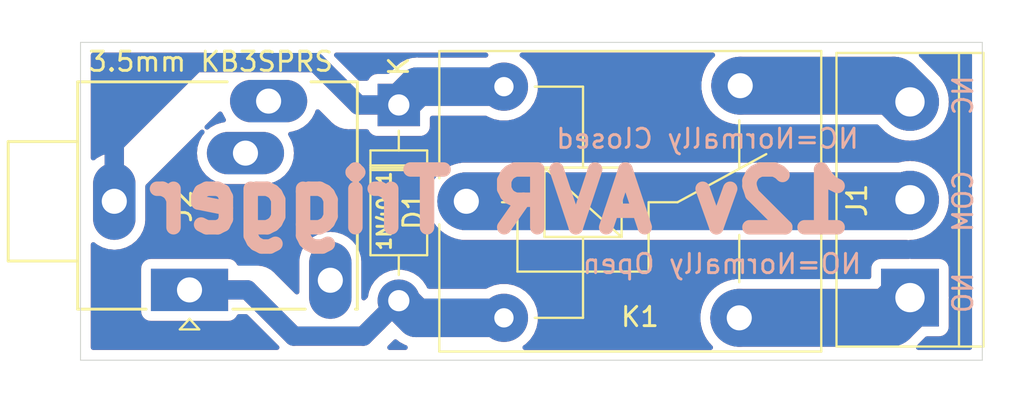
<source format=kicad_pcb>
(kicad_pcb (version 20171130) (host pcbnew "(5.1.5)-3")

  (general
    (thickness 1.6)
    (drawings 10)
    (tracks 40)
    (zones 0)
    (modules 4)
    (nets 9)
  )

  (page A4)
  (layers
    (0 F.Cu signal)
    (31 B.Cu signal)
    (32 B.Adhes user)
    (33 F.Adhes user)
    (34 B.Paste user)
    (35 F.Paste user)
    (36 B.SilkS user)
    (37 F.SilkS user)
    (38 B.Mask user)
    (39 F.Mask user)
    (40 Dwgs.User user)
    (41 Cmts.User user)
    (42 Eco1.User user)
    (43 Eco2.User user)
    (44 Edge.Cuts user)
    (45 Margin user)
    (46 B.CrtYd user)
    (47 F.CrtYd user)
    (48 B.Fab user)
    (49 F.Fab user)
  )

  (setup
    (last_trace_width 1)
    (user_trace_width 1)
    (user_trace_width 1.5)
    (user_trace_width 2)
    (user_trace_width 2.5)
    (user_trace_width 3)
    (trace_clearance 0.2)
    (zone_clearance 0.508)
    (zone_45_only no)
    (trace_min 0.2)
    (via_size 0.8)
    (via_drill 0.4)
    (via_min_size 0.4)
    (via_min_drill 0.3)
    (uvia_size 0.3)
    (uvia_drill 0.1)
    (uvias_allowed no)
    (uvia_min_size 0.2)
    (uvia_min_drill 0.1)
    (edge_width 0.05)
    (segment_width 0.2)
    (pcb_text_width 0.3)
    (pcb_text_size 1.5 1.5)
    (mod_edge_width 0.12)
    (mod_text_size 1 1)
    (mod_text_width 0.15)
    (pad_size 1.524 1.524)
    (pad_drill 0.762)
    (pad_to_mask_clearance 0.051)
    (solder_mask_min_width 0.25)
    (aux_axis_origin 0 0)
    (visible_elements FFFFFF7F)
    (pcbplotparams
      (layerselection 0x010fc_ffffffff)
      (usegerberextensions false)
      (usegerberattributes false)
      (usegerberadvancedattributes false)
      (creategerberjobfile false)
      (excludeedgelayer true)
      (linewidth 0.100000)
      (plotframeref false)
      (viasonmask false)
      (mode 1)
      (useauxorigin false)
      (hpglpennumber 1)
      (hpglpenspeed 20)
      (hpglpendiameter 15.000000)
      (psnegative false)
      (psa4output false)
      (plotreference true)
      (plotvalue true)
      (plotinvisibletext false)
      (padsonsilk false)
      (subtractmaskfromsilk false)
      (outputformat 1)
      (mirror false)
      (drillshape 0)
      (scaleselection 1)
      (outputdirectory "Gerber/"))
  )

  (net 0 "")
  (net 1 "Net-(D1-Pad1)")
  (net 2 "Net-(D1-Pad2)")
  (net 3 "Net-(J1-Pad1)")
  (net 4 "Net-(J1-Pad2)")
  (net 5 "Net-(J1-Pad3)")
  (net 6 "Net-(J2-PadTN)")
  (net 7 "Net-(J2-PadRN)")
  (net 8 "Net-(J2-PadR)")

  (net_class Default "This is the default net class."
    (clearance 0.2)
    (trace_width 0.25)
    (via_dia 0.8)
    (via_drill 0.4)
    (uvia_dia 0.3)
    (uvia_drill 0.1)
    (add_net "Net-(D1-Pad1)")
    (add_net "Net-(D1-Pad2)")
    (add_net "Net-(J1-Pad1)")
    (add_net "Net-(J1-Pad2)")
    (add_net "Net-(J1-Pad3)")
    (add_net "Net-(J2-PadR)")
    (add_net "Net-(J2-PadRN)")
    (add_net "Net-(J2-PadTN)")
  )

  (module Diode_THT:D_DO-41_SOD81_P10.16mm_Horizontal (layer F.Cu) (tedit 5AE50CD5) (tstamp 5E2111C6)
    (at 128.5 95 270)
    (descr "Diode, DO-41_SOD81 series, Axial, Horizontal, pin pitch=10.16mm, , length*diameter=5.2*2.7mm^2, , http://www.diodes.com/_files/packages/DO-41%20(Plastic).pdf")
    (tags "Diode DO-41_SOD81 series Axial Horizontal pin pitch 10.16mm  length 5.2mm diameter 2.7mm")
    (path /5E212626)
    (fp_text reference D1 (at 5.5 -0.75 90) (layer F.SilkS)
      (effects (font (size 1 1) (thickness 0.15)))
    )
    (fp_text value 1N4001 (at 5.5 0.75 90) (layer F.SilkS)
      (effects (font (size 0.7 0.7) (thickness 0.15)))
    )
    (fp_line (start 2.48 -1.35) (end 2.48 1.35) (layer F.Fab) (width 0.1))
    (fp_line (start 2.48 1.35) (end 7.68 1.35) (layer F.Fab) (width 0.1))
    (fp_line (start 7.68 1.35) (end 7.68 -1.35) (layer F.Fab) (width 0.1))
    (fp_line (start 7.68 -1.35) (end 2.48 -1.35) (layer F.Fab) (width 0.1))
    (fp_line (start 0 0) (end 2.48 0) (layer F.Fab) (width 0.1))
    (fp_line (start 10.16 0) (end 7.68 0) (layer F.Fab) (width 0.1))
    (fp_line (start 3.26 -1.35) (end 3.26 1.35) (layer F.Fab) (width 0.1))
    (fp_line (start 3.36 -1.35) (end 3.36 1.35) (layer F.Fab) (width 0.1))
    (fp_line (start 3.16 -1.35) (end 3.16 1.35) (layer F.Fab) (width 0.1))
    (fp_line (start 2.36 -1.47) (end 2.36 1.47) (layer F.SilkS) (width 0.12))
    (fp_line (start 2.36 1.47) (end 7.8 1.47) (layer F.SilkS) (width 0.12))
    (fp_line (start 7.8 1.47) (end 7.8 -1.47) (layer F.SilkS) (width 0.12))
    (fp_line (start 7.8 -1.47) (end 2.36 -1.47) (layer F.SilkS) (width 0.12))
    (fp_line (start 1.34 0) (end 2.36 0) (layer F.SilkS) (width 0.12))
    (fp_line (start 8.82 0) (end 7.8 0) (layer F.SilkS) (width 0.12))
    (fp_line (start 3.26 -1.47) (end 3.26 1.47) (layer F.SilkS) (width 0.12))
    (fp_line (start 3.38 -1.47) (end 3.38 1.47) (layer F.SilkS) (width 0.12))
    (fp_line (start 3.14 -1.47) (end 3.14 1.47) (layer F.SilkS) (width 0.12))
    (fp_line (start -1.35 -1.6) (end -1.35 1.6) (layer F.CrtYd) (width 0.05))
    (fp_line (start -1.35 1.6) (end 11.51 1.6) (layer F.CrtYd) (width 0.05))
    (fp_line (start 11.51 1.6) (end 11.51 -1.6) (layer F.CrtYd) (width 0.05))
    (fp_line (start 11.51 -1.6) (end -1.35 -1.6) (layer F.CrtYd) (width 0.05))
    (fp_text user %R (at 5.5 -0.75 90) (layer F.Fab)
      (effects (font (size 1 1) (thickness 0.15)))
    )
    (fp_text user K (at -2 0 90) (layer F.Fab)
      (effects (font (size 1 1) (thickness 0.15)))
    )
    (fp_text user K (at -2 0 90) (layer F.SilkS)
      (effects (font (size 1 1) (thickness 0.15)))
    )
    (pad 1 thru_hole rect (at 0 0 270) (size 2.2 2.2) (drill 1.1) (layers *.Cu *.Mask)
      (net 1 "Net-(D1-Pad1)"))
    (pad 2 thru_hole oval (at 10.16 0 270) (size 2.2 2.2) (drill 1.1) (layers *.Cu *.Mask)
      (net 2 "Net-(D1-Pad2)"))
    (model ${KISYS3DMOD}/Diode_THT.3dshapes/D_DO-41_SOD81_P10.16mm_Horizontal.wrl
      (at (xyz 0 0 0))
      (scale (xyz 1 1 1))
      (rotate (xyz 0 0 0))
    )
  )

  (module TerminalBlock:TerminalBlock_bornier-3_P5.08mm (layer F.Cu) (tedit 59FF03B9) (tstamp 5E2111DC)
    (at 155 105 90)
    (descr "simple 3-pin terminal block, pitch 5.08mm, revamped version of bornier3")
    (tags "terminal block bornier3")
    (path /5E213BB0)
    (fp_text reference J1 (at 5.05 -2.75 90) (layer F.SilkS)
      (effects (font (size 1 1) (thickness 0.15)))
    )
    (fp_text value Screw_Terminal_01x03 (at 5.08 5.08 90) (layer F.Fab)
      (effects (font (size 1 1) (thickness 0.15)))
    )
    (fp_text user %R (at 5.08 0 90) (layer F.Fab)
      (effects (font (size 1 1) (thickness 0.15)))
    )
    (fp_line (start -2.47 2.55) (end 12.63 2.55) (layer F.Fab) (width 0.1))
    (fp_line (start -2.47 -3.75) (end 12.63 -3.75) (layer F.Fab) (width 0.1))
    (fp_line (start 12.63 -3.75) (end 12.63 3.75) (layer F.Fab) (width 0.1))
    (fp_line (start 12.63 3.75) (end -2.47 3.75) (layer F.Fab) (width 0.1))
    (fp_line (start -2.47 3.75) (end -2.47 -3.75) (layer F.Fab) (width 0.1))
    (fp_line (start -2.54 3.81) (end -2.54 -3.81) (layer F.SilkS) (width 0.12))
    (fp_line (start 12.7 3.81) (end 12.7 -3.81) (layer F.SilkS) (width 0.12))
    (fp_line (start -2.54 2.54) (end 12.7 2.54) (layer F.SilkS) (width 0.12))
    (fp_line (start -2.54 -3.81) (end 12.7 -3.81) (layer F.SilkS) (width 0.12))
    (fp_line (start -2.54 3.81) (end 12.7 3.81) (layer F.SilkS) (width 0.12))
    (fp_line (start -2.72 -4) (end 12.88 -4) (layer F.CrtYd) (width 0.05))
    (fp_line (start -2.72 -4) (end -2.72 4) (layer F.CrtYd) (width 0.05))
    (fp_line (start 12.88 4) (end 12.88 -4) (layer F.CrtYd) (width 0.05))
    (fp_line (start 12.88 4) (end -2.72 4) (layer F.CrtYd) (width 0.05))
    (pad 1 thru_hole rect (at 0 0 90) (size 3 3) (drill 1.52) (layers *.Cu *.Mask)
      (net 3 "Net-(J1-Pad1)"))
    (pad 2 thru_hole circle (at 5.08 0 90) (size 3 3) (drill 1.52) (layers *.Cu *.Mask)
      (net 4 "Net-(J1-Pad2)"))
    (pad 3 thru_hole circle (at 10.16 0 90) (size 3 3) (drill 1.52) (layers *.Cu *.Mask)
      (net 5 "Net-(J1-Pad3)"))
    (model ${KISYS3DMOD}/TerminalBlock.3dshapes/TerminalBlock_bornier-3_P5.08mm.wrl
      (offset (xyz 5.079999923706055 0 0))
      (scale (xyz 1 1 1))
      (rotate (xyz 0 0 0))
    )
  )

  (module Relay_THT:Relay_SPDT_SANYOU_SRD_Series_Form_C (layer F.Cu) (tedit 58FA3148) (tstamp 5E211228)
    (at 132 100)
    (descr "relay Sanyou SRD series Form C http://www.sanyourelay.ca/public/products/pdf/SRD.pdf")
    (tags "relay Sanyu SRD form C")
    (path /5E21194D)
    (fp_text reference K1 (at 9 6) (layer F.SilkS)
      (effects (font (size 1 1) (thickness 0.15)))
    )
    (fp_text value SANYOU_SRD_Form_C (at 8 -9.6) (layer F.Fab)
      (effects (font (size 1 1) (thickness 0.15)))
    )
    (fp_line (start -1.4 1.2) (end -1.4 7.8) (layer F.SilkS) (width 0.12))
    (fp_line (start -1.4 -7.8) (end -1.4 -1.2) (layer F.SilkS) (width 0.12))
    (fp_line (start -1.4 -7.8) (end 18.4 -7.8) (layer F.SilkS) (width 0.12))
    (fp_line (start 18.4 -7.8) (end 18.4 7.8) (layer F.SilkS) (width 0.12))
    (fp_line (start 18.4 7.8) (end -1.4 7.8) (layer F.SilkS) (width 0.12))
    (fp_text user 1 (at 0 -2.3) (layer F.Fab)
      (effects (font (size 1 1) (thickness 0.15)))
    )
    (fp_line (start -1.3 -7.7) (end 18.3 -7.7) (layer F.Fab) (width 0.12))
    (fp_line (start 18.3 -7.7) (end 18.3 7.7) (layer F.Fab) (width 0.12))
    (fp_line (start 18.3 7.7) (end -1.3 7.7) (layer F.Fab) (width 0.12))
    (fp_line (start -1.3 7.7) (end -1.3 -7.7) (layer F.Fab) (width 0.12))
    (fp_text user %R (at 7.1 0.025) (layer F.Fab)
      (effects (font (size 1 1) (thickness 0.15)))
    )
    (fp_line (start 18.55 -7.95) (end -1.55 -7.95) (layer F.CrtYd) (width 0.05))
    (fp_line (start -1.55 7.95) (end -1.55 -7.95) (layer F.CrtYd) (width 0.05))
    (fp_line (start 18.55 -7.95) (end 18.55 7.95) (layer F.CrtYd) (width 0.05))
    (fp_line (start -1.55 7.95) (end 18.55 7.95) (layer F.CrtYd) (width 0.05))
    (fp_line (start 14.15 4.2) (end 14.15 1.75) (layer F.SilkS) (width 0.12))
    (fp_line (start 14.15 -4.2) (end 14.15 -1.7) (layer F.SilkS) (width 0.12))
    (fp_line (start 3.55 6.05) (end 6.05 6.05) (layer F.SilkS) (width 0.12))
    (fp_line (start 2.65 0.05) (end 1.85 0.05) (layer F.SilkS) (width 0.12))
    (fp_line (start 6.05 -5.95) (end 3.55 -5.95) (layer F.SilkS) (width 0.12))
    (fp_line (start 9.45 0.05) (end 10.95 0.05) (layer F.SilkS) (width 0.12))
    (fp_line (start 10.95 0.05) (end 15.55 -2.45) (layer F.SilkS) (width 0.12))
    (fp_line (start 9.45 3.65) (end 2.65 3.65) (layer F.SilkS) (width 0.12))
    (fp_line (start 9.45 0.05) (end 9.45 3.65) (layer F.SilkS) (width 0.12))
    (fp_line (start 2.65 0.05) (end 2.65 3.65) (layer F.SilkS) (width 0.12))
    (fp_line (start 6.05 -5.95) (end 6.05 -1.75) (layer F.SilkS) (width 0.12))
    (fp_line (start 6.05 1.85) (end 6.05 6.05) (layer F.SilkS) (width 0.12))
    (fp_line (start 8.05 1.85) (end 4.05 -1.75) (layer F.SilkS) (width 0.12))
    (fp_line (start 4.05 1.85) (end 4.05 -1.75) (layer F.SilkS) (width 0.12))
    (fp_line (start 4.05 -1.75) (end 8.05 -1.75) (layer F.SilkS) (width 0.12))
    (fp_line (start 8.05 -1.75) (end 8.05 1.85) (layer F.SilkS) (width 0.12))
    (fp_line (start 8.05 1.85) (end 4.05 1.85) (layer F.SilkS) (width 0.12))
    (pad 2 thru_hole circle (at 1.95 6.05 90) (size 2.5 2.5) (drill 1) (layers *.Cu *.Mask)
      (net 2 "Net-(D1-Pad2)"))
    (pad 3 thru_hole circle (at 14.15 6.05 90) (size 3 3) (drill 1.3) (layers *.Cu *.Mask)
      (net 3 "Net-(J1-Pad1)"))
    (pad 4 thru_hole circle (at 14.2 -6 90) (size 3 3) (drill 1.3) (layers *.Cu *.Mask)
      (net 5 "Net-(J1-Pad3)"))
    (pad 5 thru_hole circle (at 1.95 -5.95 90) (size 2.5 2.5) (drill 1) (layers *.Cu *.Mask)
      (net 1 "Net-(D1-Pad1)"))
    (pad 1 thru_hole circle (at 0 0 90) (size 3 3) (drill 1.3) (layers *.Cu *.Mask)
      (net 4 "Net-(J1-Pad2)"))
    (model ${KISYS3DMOD}/Relay_THT.3dshapes/Relay_SPDT_SANYOU_SRD_Series_Form_C.wrl
      (at (xyz 0 0 0))
      (scale (xyz 1 1 1))
      (rotate (xyz 0 0 0))
    )
  )

  (module Connector_Audio:Jack_3.5mm_Ledino_KB3SPRS_Horizontal (layer F.Cu) (tedit 5BC12D58) (tstamp 5E21765D)
    (at 117.65 104.6)
    (descr https://www.reichelt.de/index.html?ACTION=7&LA=3&OPEN=0&INDEX=0&FILENAME=C160%252FKB3SPRS.pdf)
    (tags "jack stereo TRS")
    (path /5E215E48)
    (fp_text reference J2 (at -0.4 -4.35 90) (layer F.SilkS)
      (effects (font (size 1 1) (thickness 0.15)))
    )
    (fp_text value "3.5mm KB3SPRS" (at 1.1 -11.85) (layer F.SilkS)
      (effects (font (size 1 1) (thickness 0.15)))
    )
    (fp_text user %R (at 2.7 -4.6) (layer F.Fab)
      (effects (font (size 1 1) (thickness 0.15)))
    )
    (fp_line (start 0.5 2.05) (end 0 1.5) (layer F.SilkS) (width 0.12))
    (fp_line (start -0.5 2.05) (end 0.5 2.05) (layer F.SilkS) (width 0.12))
    (fp_line (start 0 1.5) (end -0.5 2.05) (layer F.SilkS) (width 0.12))
    (fp_line (start -9.3 -7.6) (end -9.3 -1.6) (layer F.Fab) (width 0.1))
    (fp_line (start -9.3 -1.6) (end -5.7 -1.6) (layer F.Fab) (width 0.1))
    (fp_line (start -9.3 -7.6) (end -5.7 -7.6) (layer F.Fab) (width 0.1))
    (fp_line (start -5.7 -10.7) (end -5.7 0.9) (layer F.Fab) (width 0.1))
    (fp_line (start -5.7 0.9) (end 8.6 0.9) (layer F.Fab) (width 0.1))
    (fp_line (start 8.6 0.9) (end 8.6 -10.7) (layer F.Fab) (width 0.1))
    (fp_line (start 8.6 -10.7) (end -5.7 -10.7) (layer F.Fab) (width 0.1))
    (fp_line (start -9.8 2) (end 9.1 2) (layer F.CrtYd) (width 0.05))
    (fp_line (start 9.1 -11.4) (end -9.8 -11.4) (layer F.CrtYd) (width 0.05))
    (fp_line (start -5.8 -10.8) (end 1.95 -10.8) (layer F.SilkS) (width 0.15))
    (fp_line (start 6.3 -10.8) (end 8.7 -10.8) (layer F.SilkS) (width 0.15))
    (fp_line (start 8.7 -10.8) (end 8.7 1) (layer F.SilkS) (width 0.15))
    (fp_line (start 8.7 1) (end 8.6 1) (layer F.SilkS) (width 0.15))
    (fp_line (start 6 1) (end 2.25 1) (layer F.SilkS) (width 0.15))
    (fp_line (start -2.25 1) (end -5.8 1) (layer F.SilkS) (width 0.15))
    (fp_line (start -5.8 1) (end -5.8 -10.8) (layer F.SilkS) (width 0.15))
    (fp_line (start -5.8 -7.7) (end -9.4 -7.7) (layer F.SilkS) (width 0.15))
    (fp_line (start -9.4 -7.7) (end -9.4 -1.5) (layer F.SilkS) (width 0.15))
    (fp_line (start -9.4 -1.5) (end -5.8 -1.5) (layer F.SilkS) (width 0.15))
    (fp_line (start -9.8 -11.4) (end -9.8 2) (layer F.CrtYd) (width 0.05))
    (fp_line (start 9.1 2) (end 9.1 -11.4) (layer F.CrtYd) (width 0.05))
    (fp_circle (center 0.1 -1.75) (end 0.4 -1.55) (layer F.Fab) (width 0.12))
    (pad T thru_hole rect (at 0 0) (size 4 2.2) (drill 1.3) (layers *.Cu *.Mask)
      (net 2 "Net-(D1-Pad2)"))
    (pad TN thru_hole oval (at 7.3 -0.5 90) (size 4 2.2) (drill 1.3) (layers *.Cu *.Mask)
      (net 6 "Net-(J2-PadTN)"))
    (pad RN thru_hole oval (at 2.9 -7.1) (size 4 2.2) (drill 1.3) (layers *.Cu *.Mask)
      (net 7 "Net-(J2-PadRN)"))
    (pad R thru_hole oval (at 4.1 -9.8) (size 4 2.2) (drill 1.3) (layers *.Cu *.Mask)
      (net 8 "Net-(J2-PadR)"))
    (pad S thru_hole oval (at -3.9 -4.6) (size 2.2 4) (drill 1.3) (layers *.Cu *.Mask)
      (net 1 "Net-(D1-Pad1)"))
    (model ${KISYS3DMOD}/Connector_Audio.3dshapes/Jack_3.5mm_Ledino_KB3SPRS_Horizontal.wrl
      (at (xyz 0 0 0))
      (scale (xyz 1 1 1))
      (rotate (xyz 0 0 0))
    )
  )

  (gr_text "NO=Normally Open" (at 145.25 103.25) (layer B.SilkS) (tstamp 5E217F82)
    (effects (font (size 1 1) (thickness 0.15)) (justify mirror))
  )
  (gr_text "NC=Normally Closed" (at 144.5 96.75) (layer B.SilkS)
    (effects (font (size 1 1) (thickness 0.15)) (justify mirror))
  )
  (gr_text NO (at 157.75 104.75 90) (layer B.SilkS)
    (effects (font (size 1 1) (thickness 0.15)) (justify mirror))
  )
  (gr_text NC (at 157.75 94.5 90) (layer B.SilkS)
    (effects (font (size 1 1) (thickness 0.15)) (justify mirror))
  )
  (gr_text COM (at 157.75 100 90) (layer B.SilkS)
    (effects (font (size 1 1) (thickness 0.15)) (justify mirror))
  )
  (gr_text "12v AVR Trigger" (at 133.75 100) (layer B.SilkS)
    (effects (font (size 3 3) (thickness 0.75)) (justify mirror))
  )
  (gr_line (start 112 108.25) (end 112 91.75) (layer Edge.Cuts) (width 0.05) (tstamp 5E21787C))
  (gr_line (start 158.75 108.25) (end 112 108.25) (layer Edge.Cuts) (width 0.05))
  (gr_line (start 158.75 91.75) (end 158.75 108.25) (layer Edge.Cuts) (width 0.05))
  (gr_line (start 112 91.75) (end 158.75 91.75) (layer Edge.Cuts) (width 0.05))

  (segment (start 129.45 94.05) (end 128.5 95) (width 2) (layer B.Cu) (net 1))
  (segment (start 133.95 94.05) (end 129.45 94.05) (width 2) (layer B.Cu) (net 1))
  (segment (start 129.45 94.05) (end 128.5 95) (width 2) (layer F.Cu) (net 1))
  (segment (start 133.95 94.05) (end 129.45 94.05) (width 2) (layer F.Cu) (net 1))
  (segment (start 124.2 92.8) (end 117.95 92.8) (width 1) (layer F.Cu) (net 1))
  (segment (start 117.95 92.8) (end 113.75 97) (width 1) (layer F.Cu) (net 1))
  (segment (start 128.5 95) (end 126.4 95) (width 1) (layer F.Cu) (net 1))
  (segment (start 113.75 97) (end 113.75 100) (width 1) (layer F.Cu) (net 1))
  (segment (start 126.4 95) (end 124.2 92.8) (width 1) (layer F.Cu) (net 1))
  (segment (start 117.95 92.8) (end 113.75 97) (width 1) (layer B.Cu) (net 1))
  (segment (start 124.2 92.8) (end 117.95 92.8) (width 1) (layer B.Cu) (net 1))
  (segment (start 113.75 97) (end 113.75 100) (width 1) (layer B.Cu) (net 1))
  (segment (start 128.5 95) (end 126.4 95) (width 1) (layer B.Cu) (net 1))
  (segment (start 126.4 95) (end 124.2 92.8) (width 1) (layer B.Cu) (net 1))
  (segment (start 129.39 106.05) (end 128.5 105.16) (width 2) (layer B.Cu) (net 2))
  (segment (start 133.95 106.05) (end 129.39 106.05) (width 2) (layer B.Cu) (net 2))
  (segment (start 129.39 106.05) (end 128.5 105.16) (width 2) (layer F.Cu) (net 2))
  (segment (start 133.95 106.05) (end 129.39 106.05) (width 2) (layer F.Cu) (net 2))
  (segment (start 127.400001 106.259999) (end 128.5 105.16) (width 1) (layer F.Cu) (net 2))
  (segment (start 123.05 107) (end 126.66 107) (width 1) (layer F.Cu) (net 2))
  (segment (start 117.65 104.6) (end 120.65 104.6) (width 1) (layer F.Cu) (net 2))
  (segment (start 126.66 107) (end 127.400001 106.259999) (width 1) (layer F.Cu) (net 2))
  (segment (start 120.65 104.6) (end 123.05 107) (width 1) (layer F.Cu) (net 2))
  (segment (start 127.400001 106.259999) (end 128.5 105.16) (width 1) (layer B.Cu) (net 2))
  (segment (start 126.66 107) (end 127.400001 106.259999) (width 1) (layer B.Cu) (net 2))
  (segment (start 117.65 104.6) (end 120.65 104.6) (width 1) (layer B.Cu) (net 2))
  (segment (start 123.05 107) (end 126.66 107) (width 1) (layer B.Cu) (net 2))
  (segment (start 120.65 104.6) (end 123.05 107) (width 1) (layer B.Cu) (net 2))
  (segment (start 153.95 106.05) (end 155 105) (width 3) (layer B.Cu) (net 3))
  (segment (start 146.15 106.05) (end 153.95 106.05) (width 3) (layer B.Cu) (net 3))
  (segment (start 153.95 106.05) (end 155 105) (width 3) (layer F.Cu) (net 3))
  (segment (start 146.15 106.05) (end 153.95 106.05) (width 3) (layer F.Cu) (net 3))
  (segment (start 154.92 100) (end 155 99.92) (width 3) (layer B.Cu) (net 4))
  (segment (start 132 100) (end 154.92 100) (width 3) (layer B.Cu) (net 4))
  (segment (start 154.92 100) (end 155 99.92) (width 3) (layer F.Cu) (net 4))
  (segment (start 132 100) (end 154.92 100) (width 3) (layer F.Cu) (net 4))
  (segment (start 154.16 94) (end 155 94.84) (width 3) (layer B.Cu) (net 5))
  (segment (start 146.2 94) (end 154.16 94) (width 3) (layer B.Cu) (net 5))
  (segment (start 154.16 94) (end 155 94.84) (width 3) (layer F.Cu) (net 5))
  (segment (start 146.2 94) (end 154.16 94) (width 3) (layer F.Cu) (net 5))

  (zone (net 0) (net_name "") (layer B.Cu) (tstamp 0) (hatch edge 0.508)
    (connect_pads (clearance 0.508))
    (min_thickness 0.254)
    (fill yes (arc_segments 32) (thermal_gap 0.508) (thermal_bridge_width 0.508))
    (polygon
      (pts
        (xy 159.5 109.5) (xy 109.5 109.5) (xy 109.5 90.5) (xy 159.5 90.5)
      )
    )
    (filled_polygon
      (pts
        (xy 128.477248 107.416031) (xy 128.761285 107.567852) (xy 128.834297 107.59) (xy 128.028685 107.59) (xy 128.326428 107.292257)
      )
    )
    (filled_polygon
      (pts
        (xy 144.764487 92.416167) (xy 144.683023 92.483023) (xy 144.616167 92.564487) (xy 144.541637 92.639017) (xy 144.483081 92.726653)
        (xy 144.416223 92.808119) (xy 144.366543 92.901064) (xy 144.307988 92.988698) (xy 144.267654 93.086073) (xy 144.217974 93.179018)
        (xy 144.187381 93.279869) (xy 144.147047 93.377244) (xy 144.126485 93.480616) (xy 144.095892 93.581467) (xy 144.085562 93.686349)
        (xy 144.065 93.789721) (xy 144.065 93.895118) (xy 144.05467 94) (xy 144.065 94.104882) (xy 144.065 94.210279)
        (xy 144.085562 94.313651) (xy 144.095892 94.418533) (xy 144.126485 94.519384) (xy 144.147047 94.622756) (xy 144.187381 94.720131)
        (xy 144.217974 94.820982) (xy 144.267654 94.913927) (xy 144.307988 95.011302) (xy 144.366543 95.098936) (xy 144.416223 95.191881)
        (xy 144.483081 95.273347) (xy 144.541637 95.360983) (xy 144.616167 95.435513) (xy 144.683023 95.516977) (xy 144.764487 95.583833)
        (xy 144.839017 95.658363) (xy 144.926653 95.716919) (xy 145.008119 95.783777) (xy 145.101064 95.833457) (xy 145.188698 95.892012)
        (xy 145.286073 95.932346) (xy 145.379018 95.982026) (xy 145.479869 96.012619) (xy 145.577244 96.052953) (xy 145.680616 96.073515)
        (xy 145.781467 96.104108) (xy 145.886349 96.114438) (xy 145.989721 96.135) (xy 153.275655 96.135) (xy 153.341635 96.20098)
        (xy 153.341637 96.200983) (xy 153.639017 96.498363) (xy 153.726658 96.556923) (xy 153.808119 96.623776) (xy 153.901058 96.673453)
        (xy 153.988698 96.732012) (xy 154.086078 96.772348) (xy 154.179017 96.822025) (xy 154.279862 96.852616) (xy 154.377244 96.892953)
        (xy 154.480622 96.913516) (xy 154.581466 96.944107) (xy 154.68634 96.954436) (xy 154.789721 96.975) (xy 154.895127 96.975)
        (xy 154.999999 96.985329) (xy 155.104871 96.975) (xy 155.210279 96.975) (xy 155.313661 96.954436) (xy 155.418533 96.944107)
        (xy 155.519374 96.913517) (xy 155.622756 96.892953) (xy 155.720142 96.852614) (xy 155.820981 96.822025) (xy 155.913915 96.772351)
        (xy 156.011302 96.732012) (xy 156.098944 96.673452) (xy 156.191881 96.623776) (xy 156.273342 96.556923) (xy 156.360983 96.498363)
        (xy 156.435515 96.423831) (xy 156.516977 96.356977) (xy 156.583831 96.275515) (xy 156.658363 96.200983) (xy 156.716923 96.113342)
        (xy 156.783776 96.031881) (xy 156.833452 95.938944) (xy 156.892012 95.851302) (xy 156.932351 95.753915) (xy 156.982025 95.660981)
        (xy 157.012614 95.560142) (xy 157.052953 95.462756) (xy 157.073517 95.359374) (xy 157.104107 95.258533) (xy 157.114436 95.153661)
        (xy 157.135 95.050279) (xy 157.135 94.944871) (xy 157.145329 94.839999) (xy 157.135 94.735127) (xy 157.135 94.629721)
        (xy 157.114436 94.52634) (xy 157.104107 94.421466) (xy 157.073516 94.320622) (xy 157.052953 94.217244) (xy 157.012616 94.119862)
        (xy 156.982025 94.019017) (xy 156.932348 93.926078) (xy 156.892012 93.828698) (xy 156.833453 93.741058) (xy 156.783776 93.648119)
        (xy 156.716923 93.566658) (xy 156.658363 93.479017) (xy 156.360983 93.181637) (xy 156.36098 93.181635) (xy 155.743837 92.564492)
        (xy 155.676977 92.483023) (xy 155.587998 92.41) (xy 158.09 92.41) (xy 158.090001 107.59) (xy 155.438923 107.59)
        (xy 155.466977 107.566977) (xy 155.533837 107.485508) (xy 155.881273 107.138072) (xy 156.5 107.138072) (xy 156.624482 107.125812)
        (xy 156.74418 107.089502) (xy 156.854494 107.030537) (xy 156.951185 106.951185) (xy 157.030537 106.854494) (xy 157.089502 106.74418)
        (xy 157.125812 106.624482) (xy 157.138072 106.5) (xy 157.138072 105.073682) (xy 157.145329 105.000001) (xy 157.138072 104.926319)
        (xy 157.138072 103.5) (xy 157.125812 103.375518) (xy 157.089502 103.25582) (xy 157.030537 103.145506) (xy 156.951185 103.048815)
        (xy 156.854494 102.969463) (xy 156.74418 102.910498) (xy 156.624482 102.874188) (xy 156.5 102.861928) (xy 155.073681 102.861928)
        (xy 154.999999 102.854671) (xy 154.926318 102.861928) (xy 153.5 102.861928) (xy 153.375518 102.874188) (xy 153.25582 102.910498)
        (xy 153.145506 102.969463) (xy 153.048815 103.048815) (xy 152.969463 103.145506) (xy 152.910498 103.25582) (xy 152.874188 103.375518)
        (xy 152.861928 103.5) (xy 152.861928 103.915) (xy 145.939721 103.915) (xy 145.836349 103.935562) (xy 145.731467 103.945892)
        (xy 145.630616 103.976485) (xy 145.527244 103.997047) (xy 145.429869 104.037381) (xy 145.329018 104.067974) (xy 145.236073 104.117654)
        (xy 145.138698 104.157988) (xy 145.051064 104.216543) (xy 144.958119 104.266223) (xy 144.876653 104.333081) (xy 144.789017 104.391637)
        (xy 144.714487 104.466167) (xy 144.633023 104.533023) (xy 144.566167 104.614487) (xy 144.491637 104.689017) (xy 144.433081 104.776653)
        (xy 144.366223 104.858119) (xy 144.316543 104.951064) (xy 144.257988 105.038698) (xy 144.217654 105.136073) (xy 144.167974 105.229018)
        (xy 144.137381 105.329869) (xy 144.097047 105.427244) (xy 144.076485 105.530616) (xy 144.045892 105.631467) (xy 144.035562 105.736349)
        (xy 144.015 105.839721) (xy 144.015 105.945118) (xy 144.00467 106.05) (xy 144.015 106.154882) (xy 144.015 106.260279)
        (xy 144.035562 106.363651) (xy 144.045892 106.468533) (xy 144.076485 106.569384) (xy 144.097047 106.672756) (xy 144.137381 106.770131)
        (xy 144.167974 106.870982) (xy 144.217654 106.963927) (xy 144.257988 107.061302) (xy 144.316543 107.148936) (xy 144.366223 107.241881)
        (xy 144.433081 107.323347) (xy 144.491637 107.410983) (xy 144.566167 107.485513) (xy 144.633023 107.566977) (xy 144.661077 107.59)
        (xy 135.038138 107.59) (xy 135.151618 107.514175) (xy 135.414175 107.251618) (xy 135.620466 106.942882) (xy 135.762561 106.599834)
        (xy 135.835 106.235656) (xy 135.835 105.864344) (xy 135.762561 105.500166) (xy 135.620466 105.157118) (xy 135.414175 104.848382)
        (xy 135.151618 104.585825) (xy 134.842882 104.379534) (xy 134.499834 104.237439) (xy 134.135656 104.165) (xy 133.764344 104.165)
        (xy 133.400166 104.237439) (xy 133.057118 104.379534) (xy 133.004039 104.415) (xy 130.069361 104.415) (xy 130.037537 104.338169)
        (xy 129.847663 104.054002) (xy 129.605998 103.812337) (xy 129.321831 103.622463) (xy 129.006081 103.491675) (xy 128.670883 103.425)
        (xy 128.329117 103.425) (xy 127.993919 103.491675) (xy 127.678169 103.622463) (xy 127.394002 103.812337) (xy 127.152337 104.054002)
        (xy 126.962463 104.338169) (xy 126.831675 104.653919) (xy 126.778111 104.923204) (xy 126.685 105.016315) (xy 126.685 103.114775)
        (xy 126.659895 102.859881) (xy 126.560686 102.532832) (xy 126.399579 102.231422) (xy 126.182766 101.967234) (xy 125.918577 101.750421)
        (xy 125.617167 101.589314) (xy 125.290118 101.490105) (xy 124.95 101.456606) (xy 124.609881 101.490105) (xy 124.282832 101.589314)
        (xy 123.981422 101.750421) (xy 123.717234 101.967234) (xy 123.500421 102.231423) (xy 123.339314 102.532833) (xy 123.240105 102.859882)
        (xy 123.215 103.114776) (xy 123.215 104.706315) (xy 122.177454 103.668769) (xy 122.134081 103.615919) (xy 121.923188 103.442843)
        (xy 121.682581 103.314236) (xy 121.421507 103.23504) (xy 121.218037 103.215) (xy 121.218029 103.215) (xy 121.15 103.2083)
        (xy 121.081971 103.215) (xy 120.217683 103.215) (xy 120.180537 103.145506) (xy 120.101185 103.048815) (xy 120.004494 102.969463)
        (xy 119.89418 102.910498) (xy 119.774482 102.874188) (xy 119.65 102.861928) (xy 115.65 102.861928) (xy 115.525518 102.874188)
        (xy 115.40582 102.910498) (xy 115.295506 102.969463) (xy 115.198815 103.048815) (xy 115.119463 103.145506) (xy 115.060498 103.25582)
        (xy 115.024188 103.375518) (xy 115.011928 103.5) (xy 115.011928 105.7) (xy 115.024188 105.824482) (xy 115.060498 105.94418)
        (xy 115.119463 106.054494) (xy 115.198815 106.151185) (xy 115.295506 106.230537) (xy 115.40582 106.289502) (xy 115.525518 106.325812)
        (xy 115.65 106.338072) (xy 119.65 106.338072) (xy 119.774482 106.325812) (xy 119.89418 106.289502) (xy 120.004494 106.230537)
        (xy 120.101185 106.151185) (xy 120.180537 106.054494) (xy 120.217683 105.985) (xy 120.576315 105.985) (xy 122.181314 107.59)
        (xy 112.66 107.59) (xy 112.66 102.24993) (xy 112.781423 102.349579) (xy 113.082833 102.510686) (xy 113.409882 102.609895)
        (xy 113.75 102.643394) (xy 114.090119 102.609895) (xy 114.417168 102.510686) (xy 114.718578 102.349579) (xy 114.982766 102.132766)
        (xy 115.199579 101.868578) (xy 115.360686 101.567168) (xy 115.459895 101.240119) (xy 115.485 100.985225) (xy 115.485 100)
        (xy 129.85467 100) (xy 129.865 100.104882) (xy 129.865 100.210279) (xy 129.885562 100.313651) (xy 129.895892 100.418533)
        (xy 129.926485 100.519384) (xy 129.947047 100.622756) (xy 129.987381 100.720131) (xy 130.017974 100.820982) (xy 130.067654 100.913927)
        (xy 130.107988 101.011302) (xy 130.166543 101.098936) (xy 130.216223 101.191881) (xy 130.283081 101.273347) (xy 130.341637 101.360983)
        (xy 130.416167 101.435513) (xy 130.483023 101.516977) (xy 130.564487 101.583833) (xy 130.639017 101.658363) (xy 130.726653 101.716919)
        (xy 130.808119 101.783777) (xy 130.901064 101.833457) (xy 130.988698 101.892012) (xy 131.086073 101.932346) (xy 131.179018 101.982026)
        (xy 131.279869 102.012619) (xy 131.377244 102.052953) (xy 131.480616 102.073515) (xy 131.581467 102.104108) (xy 131.686349 102.114438)
        (xy 131.789721 102.135) (xy 154.815128 102.135) (xy 154.92 102.145329) (xy 155.024872 102.135) (xy 155.024882 102.135)
        (xy 155.338533 102.104108) (xy 155.740982 101.982026) (xy 156.111881 101.783777) (xy 156.436977 101.516977) (xy 156.503833 101.435513)
        (xy 156.658363 101.280983) (xy 156.716923 101.193342) (xy 156.783776 101.111881) (xy 156.833452 101.018943) (xy 156.892012 100.931302)
        (xy 156.93235 100.833919) (xy 156.982025 100.740982) (xy 157.012615 100.64014) (xy 157.052953 100.542756) (xy 157.073517 100.439375)
        (xy 157.104107 100.338533) (xy 157.114436 100.23366) (xy 157.135 100.130279) (xy 157.135 100.024873) (xy 157.145329 99.920001)
        (xy 157.135 99.815129) (xy 157.135 99.709721) (xy 157.114436 99.606339) (xy 157.104107 99.501467) (xy 157.073517 99.400625)
        (xy 157.052953 99.297244) (xy 157.012615 99.19986) (xy 156.982025 99.099018) (xy 156.93235 99.006081) (xy 156.892012 98.908698)
        (xy 156.833452 98.821057) (xy 156.783776 98.728119) (xy 156.716923 98.646658) (xy 156.658363 98.559017) (xy 156.583831 98.484485)
        (xy 156.516977 98.403023) (xy 156.435515 98.336169) (xy 156.360983 98.261637) (xy 156.273342 98.203077) (xy 156.191881 98.136224)
        (xy 156.098943 98.086548) (xy 156.011302 98.027988) (xy 155.913919 97.98765) (xy 155.820982 97.937975) (xy 155.72014 97.907385)
        (xy 155.622756 97.867047) (xy 155.519375 97.846483) (xy 155.418533 97.815893) (xy 155.313661 97.805564) (xy 155.210279 97.785)
        (xy 155.104871 97.785) (xy 154.999999 97.774671) (xy 154.895127 97.785) (xy 154.789721 97.785) (xy 154.68634 97.805564)
        (xy 154.581467 97.815893) (xy 154.480625 97.846483) (xy 154.387535 97.865) (xy 131.789721 97.865) (xy 131.686349 97.885562)
        (xy 131.581467 97.895892) (xy 131.480616 97.926485) (xy 131.377244 97.947047) (xy 131.279869 97.987381) (xy 131.179018 98.017974)
        (xy 131.086073 98.067654) (xy 130.988698 98.107988) (xy 130.901064 98.166543) (xy 130.808119 98.216223) (xy 130.726653 98.283081)
        (xy 130.639017 98.341637) (xy 130.564487 98.416167) (xy 130.483023 98.483023) (xy 130.416167 98.564487) (xy 130.341637 98.639017)
        (xy 130.283081 98.726653) (xy 130.216223 98.808119) (xy 130.166543 98.901064) (xy 130.107988 98.988698) (xy 130.067654 99.086073)
        (xy 130.017974 99.179018) (xy 129.987381 99.279869) (xy 129.947047 99.377244) (xy 129.926485 99.480616) (xy 129.895892 99.581467)
        (xy 129.885562 99.686349) (xy 129.865 99.789721) (xy 129.865 99.895118) (xy 129.85467 100) (xy 115.485 100)
        (xy 115.485 99.224534) (xy 118.302516 96.407018) (xy 118.200421 96.531422) (xy 118.039314 96.832832) (xy 117.940105 97.159881)
        (xy 117.906606 97.5) (xy 117.940105 97.840119) (xy 118.039314 98.167168) (xy 118.200421 98.468578) (xy 118.417234 98.732766)
        (xy 118.681422 98.949579) (xy 118.982832 99.110686) (xy 119.309881 99.209895) (xy 119.564775 99.235) (xy 121.535225 99.235)
        (xy 121.790119 99.209895) (xy 122.117168 99.110686) (xy 122.418578 98.949579) (xy 122.682766 98.732766) (xy 122.899579 98.468578)
        (xy 123.060686 98.167168) (xy 123.159895 97.840119) (xy 123.193394 97.5) (xy 123.159895 97.159881) (xy 123.060686 96.832832)
        (xy 122.899579 96.531422) (xy 122.890005 96.519755) (xy 122.990119 96.509895) (xy 123.317168 96.410686) (xy 123.618578 96.249579)
        (xy 123.882766 96.032766) (xy 124.099579 95.768578) (xy 124.260686 95.467168) (xy 124.295085 95.35377) (xy 124.87255 95.931236)
        (xy 124.915919 95.984081) (xy 124.968764 96.02745) (xy 124.968766 96.027452) (xy 124.996754 96.050421) (xy 125.126812 96.157157)
        (xy 125.367419 96.285764) (xy 125.628493 96.36496) (xy 125.831963 96.385) (xy 125.831971 96.385) (xy 125.9 96.3917)
        (xy 125.968029 96.385) (xy 126.832317 96.385) (xy 126.869463 96.454494) (xy 126.948815 96.551185) (xy 127.045506 96.630537)
        (xy 127.15582 96.689502) (xy 127.275518 96.725812) (xy 127.4 96.738072) (xy 129.6 96.738072) (xy 129.724482 96.725812)
        (xy 129.84418 96.689502) (xy 129.954494 96.630537) (xy 130.051185 96.551185) (xy 130.130537 96.454494) (xy 130.189502 96.34418)
        (xy 130.225812 96.224482) (xy 130.238072 96.1) (xy 130.238072 95.685) (xy 133.004039 95.685) (xy 133.057118 95.720466)
        (xy 133.400166 95.862561) (xy 133.764344 95.935) (xy 134.135656 95.935) (xy 134.499834 95.862561) (xy 134.842882 95.720466)
        (xy 135.151618 95.514175) (xy 135.414175 95.251618) (xy 135.620466 94.942882) (xy 135.762561 94.599834) (xy 135.835 94.235656)
        (xy 135.835 93.864344) (xy 135.762561 93.500166) (xy 135.620466 93.157118) (xy 135.414175 92.848382) (xy 135.151618 92.585825)
        (xy 134.888478 92.41) (xy 144.770654 92.41)
      )
    )
    (filled_polygon
      (pts
        (xy 113.398653 97.393511) (xy 113.082832 97.489314) (xy 112.781422 97.650421) (xy 112.66 97.750069) (xy 112.66 92.41)
        (xy 118.382163 92.41)
      )
    )
    (filled_polygon
      (pts
        (xy 119.400421 95.768578) (xy 119.409995 95.780245) (xy 119.309881 95.790105) (xy 118.982832 95.889314) (xy 118.681422 96.050421)
        (xy 118.557019 96.152516) (xy 119.240377 95.469157)
      )
    )
    (filled_polygon
      (pts
        (xy 129.36968 92.415) (xy 129.369678 92.415) (xy 129.129484 92.438657) (xy 128.821285 92.532148) (xy 128.537248 92.683969)
        (xy 128.288286 92.888286) (xy 128.237075 92.950687) (xy 127.925834 93.261928) (xy 127.4 93.261928) (xy 127.275518 93.274188)
        (xy 127.15582 93.310498) (xy 127.045506 93.369463) (xy 126.948815 93.448815) (xy 126.869463 93.545506) (xy 126.832317 93.615)
        (xy 126.473686 93.615) (xy 125.268685 92.41) (xy 129.420445 92.41)
      )
    )
    (filled_polygon
      (pts
        (xy 133.004039 92.415) (xy 129.530319 92.415) (xy 129.479555 92.41) (xy 133.011522 92.41)
      )
    )
  )
  (zone (net 0) (net_name "") (layer F.Cu) (tstamp 0) (hatch edge 0.508)
    (connect_pads (clearance 0.508))
    (min_thickness 0.254)
    (fill yes (arc_segments 32) (thermal_gap 0.508) (thermal_bridge_width 0.508))
    (polygon
      (pts
        (xy 160 110) (xy 109 110) (xy 109 90) (xy 160 90)
      )
    )
    (filled_polygon
      (pts
        (xy 128.477248 107.416031) (xy 128.761285 107.567852) (xy 128.834297 107.59) (xy 128.028685 107.59) (xy 128.326428 107.292257)
      )
    )
    (filled_polygon
      (pts
        (xy 144.764487 92.416167) (xy 144.683023 92.483023) (xy 144.616167 92.564487) (xy 144.541637 92.639017) (xy 144.483081 92.726653)
        (xy 144.416223 92.808119) (xy 144.366543 92.901064) (xy 144.307988 92.988698) (xy 144.267654 93.086073) (xy 144.217974 93.179018)
        (xy 144.187381 93.279869) (xy 144.147047 93.377244) (xy 144.126485 93.480616) (xy 144.095892 93.581467) (xy 144.085562 93.686349)
        (xy 144.065 93.789721) (xy 144.065 93.895118) (xy 144.05467 94) (xy 144.065 94.104882) (xy 144.065 94.210279)
        (xy 144.085562 94.313651) (xy 144.095892 94.418533) (xy 144.126485 94.519384) (xy 144.147047 94.622756) (xy 144.187381 94.720131)
        (xy 144.217974 94.820982) (xy 144.267654 94.913927) (xy 144.307988 95.011302) (xy 144.366543 95.098936) (xy 144.416223 95.191881)
        (xy 144.483081 95.273347) (xy 144.541637 95.360983) (xy 144.616167 95.435513) (xy 144.683023 95.516977) (xy 144.764487 95.583833)
        (xy 144.839017 95.658363) (xy 144.926653 95.716919) (xy 145.008119 95.783777) (xy 145.101064 95.833457) (xy 145.188698 95.892012)
        (xy 145.286073 95.932346) (xy 145.379018 95.982026) (xy 145.479869 96.012619) (xy 145.577244 96.052953) (xy 145.680616 96.073515)
        (xy 145.781467 96.104108) (xy 145.886349 96.114438) (xy 145.989721 96.135) (xy 153.275655 96.135) (xy 153.341635 96.20098)
        (xy 153.341637 96.200983) (xy 153.639017 96.498363) (xy 153.726658 96.556923) (xy 153.808119 96.623776) (xy 153.901058 96.673453)
        (xy 153.988698 96.732012) (xy 154.086078 96.772348) (xy 154.179017 96.822025) (xy 154.279862 96.852616) (xy 154.377244 96.892953)
        (xy 154.480622 96.913516) (xy 154.581466 96.944107) (xy 154.68634 96.954436) (xy 154.789721 96.975) (xy 154.895127 96.975)
        (xy 154.999999 96.985329) (xy 155.104871 96.975) (xy 155.210279 96.975) (xy 155.313661 96.954436) (xy 155.418533 96.944107)
        (xy 155.519374 96.913517) (xy 155.622756 96.892953) (xy 155.720142 96.852614) (xy 155.820981 96.822025) (xy 155.913915 96.772351)
        (xy 156.011302 96.732012) (xy 156.098944 96.673452) (xy 156.191881 96.623776) (xy 156.273342 96.556923) (xy 156.360983 96.498363)
        (xy 156.435515 96.423831) (xy 156.516977 96.356977) (xy 156.583831 96.275515) (xy 156.658363 96.200983) (xy 156.716923 96.113342)
        (xy 156.783776 96.031881) (xy 156.833452 95.938944) (xy 156.892012 95.851302) (xy 156.932351 95.753915) (xy 156.982025 95.660981)
        (xy 157.012614 95.560142) (xy 157.052953 95.462756) (xy 157.073517 95.359374) (xy 157.104107 95.258533) (xy 157.114436 95.153661)
        (xy 157.135 95.050279) (xy 157.135 94.944871) (xy 157.145329 94.839999) (xy 157.135 94.735127) (xy 157.135 94.629721)
        (xy 157.114436 94.52634) (xy 157.104107 94.421466) (xy 157.073516 94.320622) (xy 157.052953 94.217244) (xy 157.012616 94.119862)
        (xy 156.982025 94.019017) (xy 156.932348 93.926078) (xy 156.892012 93.828698) (xy 156.833453 93.741058) (xy 156.783776 93.648119)
        (xy 156.716923 93.566658) (xy 156.658363 93.479017) (xy 156.360983 93.181637) (xy 156.36098 93.181635) (xy 155.743837 92.564492)
        (xy 155.676977 92.483023) (xy 155.587998 92.41) (xy 158.09 92.41) (xy 158.090001 107.59) (xy 155.438923 107.59)
        (xy 155.466977 107.566977) (xy 155.533837 107.485508) (xy 155.881273 107.138072) (xy 156.5 107.138072) (xy 156.624482 107.125812)
        (xy 156.74418 107.089502) (xy 156.854494 107.030537) (xy 156.951185 106.951185) (xy 157.030537 106.854494) (xy 157.089502 106.74418)
        (xy 157.125812 106.624482) (xy 157.138072 106.5) (xy 157.138072 105.073682) (xy 157.145329 105.000001) (xy 157.138072 104.926319)
        (xy 157.138072 103.5) (xy 157.125812 103.375518) (xy 157.089502 103.25582) (xy 157.030537 103.145506) (xy 156.951185 103.048815)
        (xy 156.854494 102.969463) (xy 156.74418 102.910498) (xy 156.624482 102.874188) (xy 156.5 102.861928) (xy 155.073681 102.861928)
        (xy 154.999999 102.854671) (xy 154.926318 102.861928) (xy 153.5 102.861928) (xy 153.375518 102.874188) (xy 153.25582 102.910498)
        (xy 153.145506 102.969463) (xy 153.048815 103.048815) (xy 152.969463 103.145506) (xy 152.910498 103.25582) (xy 152.874188 103.375518)
        (xy 152.861928 103.5) (xy 152.861928 103.915) (xy 145.939721 103.915) (xy 145.836349 103.935562) (xy 145.731467 103.945892)
        (xy 145.630616 103.976485) (xy 145.527244 103.997047) (xy 145.429869 104.037381) (xy 145.329018 104.067974) (xy 145.236073 104.117654)
        (xy 145.138698 104.157988) (xy 145.051064 104.216543) (xy 144.958119 104.266223) (xy 144.876653 104.333081) (xy 144.789017 104.391637)
        (xy 144.714487 104.466167) (xy 144.633023 104.533023) (xy 144.566167 104.614487) (xy 144.491637 104.689017) (xy 144.433081 104.776653)
        (xy 144.366223 104.858119) (xy 144.316543 104.951064) (xy 144.257988 105.038698) (xy 144.217654 105.136073) (xy 144.167974 105.229018)
        (xy 144.137381 105.329869) (xy 144.097047 105.427244) (xy 144.076485 105.530616) (xy 144.045892 105.631467) (xy 144.035562 105.736349)
        (xy 144.015 105.839721) (xy 144.015 105.945118) (xy 144.00467 106.05) (xy 144.015 106.154882) (xy 144.015 106.260279)
        (xy 144.035562 106.363651) (xy 144.045892 106.468533) (xy 144.076485 106.569384) (xy 144.097047 106.672756) (xy 144.137381 106.770131)
        (xy 144.167974 106.870982) (xy 144.217654 106.963927) (xy 144.257988 107.061302) (xy 144.316543 107.148936) (xy 144.366223 107.241881)
        (xy 144.433081 107.323347) (xy 144.491637 107.410983) (xy 144.566167 107.485513) (xy 144.633023 107.566977) (xy 144.661077 107.59)
        (xy 135.038138 107.59) (xy 135.151618 107.514175) (xy 135.414175 107.251618) (xy 135.620466 106.942882) (xy 135.762561 106.599834)
        (xy 135.835 106.235656) (xy 135.835 105.864344) (xy 135.762561 105.500166) (xy 135.620466 105.157118) (xy 135.414175 104.848382)
        (xy 135.151618 104.585825) (xy 134.842882 104.379534) (xy 134.499834 104.237439) (xy 134.135656 104.165) (xy 133.764344 104.165)
        (xy 133.400166 104.237439) (xy 133.057118 104.379534) (xy 133.004039 104.415) (xy 130.069361 104.415) (xy 130.037537 104.338169)
        (xy 129.847663 104.054002) (xy 129.605998 103.812337) (xy 129.321831 103.622463) (xy 129.006081 103.491675) (xy 128.670883 103.425)
        (xy 128.329117 103.425) (xy 127.993919 103.491675) (xy 127.678169 103.622463) (xy 127.394002 103.812337) (xy 127.152337 104.054002)
        (xy 126.962463 104.338169) (xy 126.831675 104.653919) (xy 126.778111 104.923203) (xy 126.685 105.016314) (xy 126.685 103.114775)
        (xy 126.659895 102.859881) (xy 126.560686 102.532832) (xy 126.399579 102.231422) (xy 126.182766 101.967234) (xy 125.918577 101.750421)
        (xy 125.617167 101.589314) (xy 125.290118 101.490105) (xy 124.95 101.456606) (xy 124.609881 101.490105) (xy 124.282832 101.589314)
        (xy 123.981422 101.750421) (xy 123.717234 101.967234) (xy 123.500421 102.231423) (xy 123.339314 102.532833) (xy 123.240105 102.859882)
        (xy 123.215 103.114776) (xy 123.215 104.706315) (xy 122.177454 103.668769) (xy 122.134081 103.615919) (xy 121.923188 103.442843)
        (xy 121.682581 103.314236) (xy 121.421507 103.23504) (xy 121.218037 103.215) (xy 121.218029 103.215) (xy 121.15 103.2083)
        (xy 121.081971 103.215) (xy 120.217683 103.215) (xy 120.180537 103.145506) (xy 120.101185 103.048815) (xy 120.004494 102.969463)
        (xy 119.89418 102.910498) (xy 119.774482 102.874188) (xy 119.65 102.861928) (xy 115.65 102.861928) (xy 115.525518 102.874188)
        (xy 115.40582 102.910498) (xy 115.295506 102.969463) (xy 115.198815 103.048815) (xy 115.119463 103.145506) (xy 115.060498 103.25582)
        (xy 115.024188 103.375518) (xy 115.011928 103.5) (xy 115.011928 105.7) (xy 115.024188 105.824482) (xy 115.060498 105.94418)
        (xy 115.119463 106.054494) (xy 115.198815 106.151185) (xy 115.295506 106.230537) (xy 115.40582 106.289502) (xy 115.525518 106.325812)
        (xy 115.65 106.338072) (xy 119.65 106.338072) (xy 119.774482 106.325812) (xy 119.89418 106.289502) (xy 120.004494 106.230537)
        (xy 120.101185 106.151185) (xy 120.180537 106.054494) (xy 120.217683 105.985) (xy 120.576315 105.985) (xy 122.181314 107.59)
        (xy 112.66 107.59) (xy 112.66 102.24993) (xy 112.781423 102.349579) (xy 113.082833 102.510686) (xy 113.409882 102.609895)
        (xy 113.75 102.643394) (xy 114.090119 102.609895) (xy 114.417168 102.510686) (xy 114.718578 102.349579) (xy 114.982766 102.132766)
        (xy 115.199579 101.868578) (xy 115.360686 101.567168) (xy 115.459895 101.240119) (xy 115.485 100.985225) (xy 115.485 100)
        (xy 129.85467 100) (xy 129.865 100.104882) (xy 129.865 100.210279) (xy 129.885562 100.313651) (xy 129.895892 100.418533)
        (xy 129.926485 100.519384) (xy 129.947047 100.622756) (xy 129.987381 100.720131) (xy 130.017974 100.820982) (xy 130.067654 100.913927)
        (xy 130.107988 101.011302) (xy 130.166543 101.098936) (xy 130.216223 101.191881) (xy 130.283081 101.273347) (xy 130.341637 101.360983)
        (xy 130.416167 101.435513) (xy 130.483023 101.516977) (xy 130.564487 101.583833) (xy 130.639017 101.658363) (xy 130.726653 101.716919)
        (xy 130.808119 101.783777) (xy 130.901064 101.833457) (xy 130.988698 101.892012) (xy 131.086073 101.932346) (xy 131.179018 101.982026)
        (xy 131.279869 102.012619) (xy 131.377244 102.052953) (xy 131.480616 102.073515) (xy 131.581467 102.104108) (xy 131.686349 102.114438)
        (xy 131.789721 102.135) (xy 154.815128 102.135) (xy 154.92 102.145329) (xy 155.024872 102.135) (xy 155.024882 102.135)
        (xy 155.338533 102.104108) (xy 155.740982 101.982026) (xy 156.111881 101.783777) (xy 156.436977 101.516977) (xy 156.503833 101.435513)
        (xy 156.658363 101.280983) (xy 156.716923 101.193342) (xy 156.783776 101.111881) (xy 156.833452 101.018943) (xy 156.892012 100.931302)
        (xy 156.93235 100.833919) (xy 156.982025 100.740982) (xy 157.012615 100.64014) (xy 157.052953 100.542756) (xy 157.073517 100.439375)
        (xy 157.104107 100.338533) (xy 157.114436 100.23366) (xy 157.135 100.130279) (xy 157.135 100.024873) (xy 157.145329 99.920001)
        (xy 157.135 99.815129) (xy 157.135 99.709721) (xy 157.114436 99.606339) (xy 157.104107 99.501467) (xy 157.073517 99.400625)
        (xy 157.052953 99.297244) (xy 157.012615 99.19986) (xy 156.982025 99.099018) (xy 156.93235 99.006081) (xy 156.892012 98.908698)
        (xy 156.833452 98.821057) (xy 156.783776 98.728119) (xy 156.716923 98.646658) (xy 156.658363 98.559017) (xy 156.583831 98.484485)
        (xy 156.516977 98.403023) (xy 156.435515 98.336169) (xy 156.360983 98.261637) (xy 156.273342 98.203077) (xy 156.191881 98.136224)
        (xy 156.098943 98.086548) (xy 156.011302 98.027988) (xy 155.913919 97.98765) (xy 155.820982 97.937975) (xy 155.72014 97.907385)
        (xy 155.622756 97.867047) (xy 155.519375 97.846483) (xy 155.418533 97.815893) (xy 155.313661 97.805564) (xy 155.210279 97.785)
        (xy 155.104871 97.785) (xy 154.999999 97.774671) (xy 154.895127 97.785) (xy 154.789721 97.785) (xy 154.68634 97.805564)
        (xy 154.581467 97.815893) (xy 154.480625 97.846483) (xy 154.387535 97.865) (xy 131.789721 97.865) (xy 131.686349 97.885562)
        (xy 131.581467 97.895892) (xy 131.480616 97.926485) (xy 131.377244 97.947047) (xy 131.279869 97.987381) (xy 131.179018 98.017974)
        (xy 131.086073 98.067654) (xy 130.988698 98.107988) (xy 130.901064 98.166543) (xy 130.808119 98.216223) (xy 130.726653 98.283081)
        (xy 130.639017 98.341637) (xy 130.564487 98.416167) (xy 130.483023 98.483023) (xy 130.416167 98.564487) (xy 130.341637 98.639017)
        (xy 130.283081 98.726653) (xy 130.216223 98.808119) (xy 130.166543 98.901064) (xy 130.107988 98.988698) (xy 130.067654 99.086073)
        (xy 130.017974 99.179018) (xy 129.987381 99.279869) (xy 129.947047 99.377244) (xy 129.926485 99.480616) (xy 129.895892 99.581467)
        (xy 129.885562 99.686349) (xy 129.865 99.789721) (xy 129.865 99.895118) (xy 129.85467 100) (xy 115.485 100)
        (xy 115.485 99.224534) (xy 118.302516 96.407018) (xy 118.200421 96.531422) (xy 118.039314 96.832832) (xy 117.940105 97.159881)
        (xy 117.906606 97.5) (xy 117.940105 97.840119) (xy 118.039314 98.167168) (xy 118.200421 98.468578) (xy 118.417234 98.732766)
        (xy 118.681422 98.949579) (xy 118.982832 99.110686) (xy 119.309881 99.209895) (xy 119.564775 99.235) (xy 121.535225 99.235)
        (xy 121.790119 99.209895) (xy 122.117168 99.110686) (xy 122.418578 98.949579) (xy 122.682766 98.732766) (xy 122.899579 98.468578)
        (xy 123.060686 98.167168) (xy 123.159895 97.840119) (xy 123.193394 97.5) (xy 123.159895 97.159881) (xy 123.060686 96.832832)
        (xy 122.899579 96.531422) (xy 122.890005 96.519755) (xy 122.990119 96.509895) (xy 123.317168 96.410686) (xy 123.618578 96.249579)
        (xy 123.882766 96.032766) (xy 124.099579 95.768578) (xy 124.260686 95.467168) (xy 124.295085 95.35377) (xy 124.87255 95.931236)
        (xy 124.915919 95.984081) (xy 124.968764 96.02745) (xy 124.968766 96.027452) (xy 125.126812 96.157157) (xy 125.367419 96.285764)
        (xy 125.628493 96.36496) (xy 125.9 96.391701) (xy 125.968037 96.385) (xy 126.832317 96.385) (xy 126.869463 96.454494)
        (xy 126.948815 96.551185) (xy 127.045506 96.630537) (xy 127.15582 96.689502) (xy 127.275518 96.725812) (xy 127.4 96.738072)
        (xy 129.6 96.738072) (xy 129.724482 96.725812) (xy 129.84418 96.689502) (xy 129.954494 96.630537) (xy 130.051185 96.551185)
        (xy 130.130537 96.454494) (xy 130.189502 96.34418) (xy 130.225812 96.224482) (xy 130.238072 96.1) (xy 130.238072 95.685)
        (xy 133.004039 95.685) (xy 133.057118 95.720466) (xy 133.400166 95.862561) (xy 133.764344 95.935) (xy 134.135656 95.935)
        (xy 134.499834 95.862561) (xy 134.842882 95.720466) (xy 135.151618 95.514175) (xy 135.414175 95.251618) (xy 135.620466 94.942882)
        (xy 135.762561 94.599834) (xy 135.835 94.235656) (xy 135.835 93.864344) (xy 135.762561 93.500166) (xy 135.620466 93.157118)
        (xy 135.414175 92.848382) (xy 135.151618 92.585825) (xy 134.888478 92.41) (xy 144.770654 92.41)
      )
    )
    (filled_polygon
      (pts
        (xy 113.398653 97.393511) (xy 113.082832 97.489314) (xy 112.781422 97.650421) (xy 112.66 97.750069) (xy 112.66 92.41)
        (xy 118.382163 92.41)
      )
    )
    (filled_polygon
      (pts
        (xy 119.400421 95.768578) (xy 119.409995 95.780245) (xy 119.309881 95.790105) (xy 118.982832 95.889314) (xy 118.681422 96.050421)
        (xy 118.557019 96.152516) (xy 119.240377 95.469157)
      )
    )
    (filled_polygon
      (pts
        (xy 129.36968 92.415) (xy 129.369678 92.415) (xy 129.129484 92.438657) (xy 128.821285 92.532148) (xy 128.537248 92.683969)
        (xy 128.288286 92.888286) (xy 128.237075 92.950687) (xy 127.925834 93.261928) (xy 127.4 93.261928) (xy 127.275518 93.274188)
        (xy 127.15582 93.310498) (xy 127.045506 93.369463) (xy 126.948815 93.448815) (xy 126.869463 93.545506) (xy 126.832317 93.615)
        (xy 126.473686 93.615) (xy 125.268685 92.41) (xy 129.420445 92.41)
      )
    )
    (filled_polygon
      (pts
        (xy 133.004039 92.415) (xy 129.530319 92.415) (xy 129.479555 92.41) (xy 133.011522 92.41)
      )
    )
  )
)

</source>
